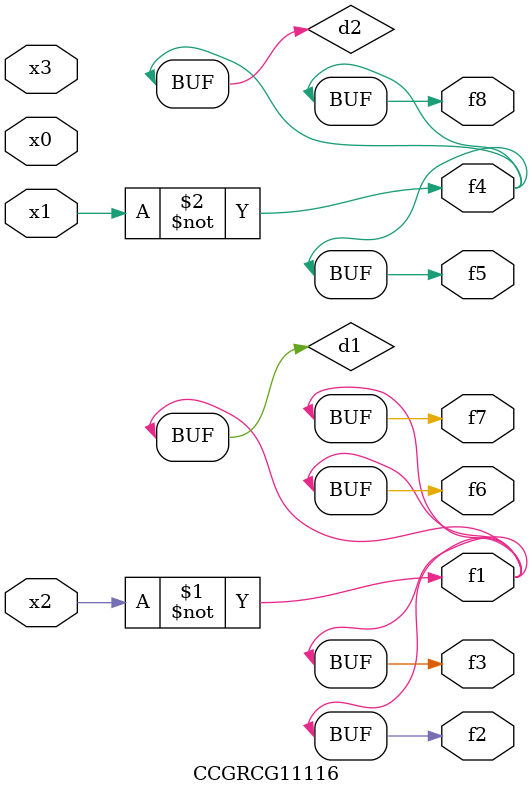
<source format=v>
module CCGRCG11116(
	input x0, x1, x2, x3,
	output f1, f2, f3, f4, f5, f6, f7, f8
);

	wire d1, d2;

	xnor (d1, x2);
	not (d2, x1);
	assign f1 = d1;
	assign f2 = d1;
	assign f3 = d1;
	assign f4 = d2;
	assign f5 = d2;
	assign f6 = d1;
	assign f7 = d1;
	assign f8 = d2;
endmodule

</source>
